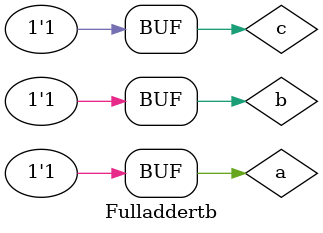
<source format=v>
`timescale 1ns / 1ps


module Fulladdertb;

	// Inputs
	reg a;
	reg b;
	reg c;

	// Outputs
	wire sum;
	wire carry;

	// Instantiate the Unit Under Test (UUT)
	test43 uut (
		.a(a), 
		.b(b), 
		.c(c), 
		.sum(sum), 
		.carry(carry)
	);

	initial begin
		// Initialize Inputs
		a = 0;
		b = 0;
		c = 0;

		// Wait 100 ns for global reset to finish
		#100;
        
		a = 0;
		b = 0;
		c = 1;

		#100;
		
		a = 0;
		b = 1;
		c = 0;

		#100;
		
		a = 0;
		b = 1;
		c = 1;

		#100;
		
		a = 1;
		b = 0;
		c = 0;

		#100;
		
		a = 1;
		b = 0;
		c = 1;

		#100;
		
		a = 1;
		b = 1;
		c = 0;

		#100;
		
		a = 1;
		b = 1;
		c = 1;

		#100;

	end
      
endmodule

</source>
